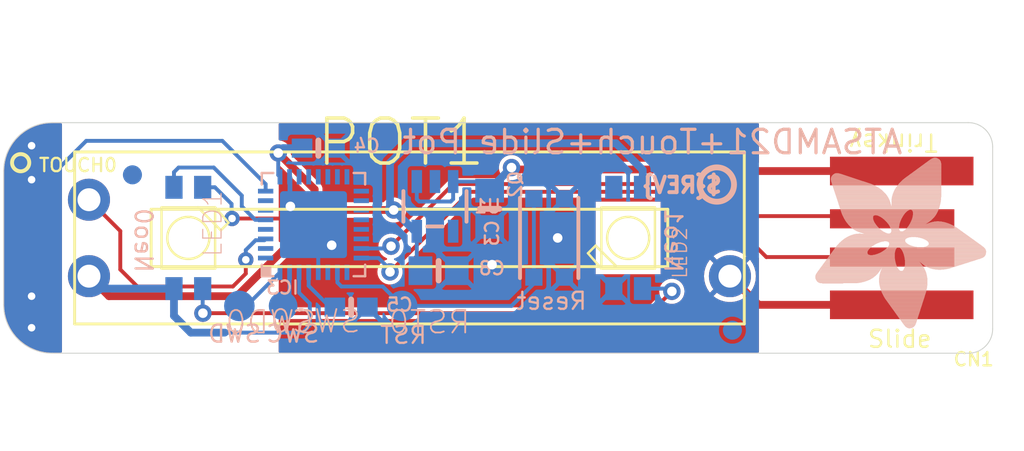
<source format=kicad_pcb>
(kicad_pcb (version 20221018) (generator pcbnew)
  (layers (0 "F.Cu" signal) (31 "B.Cu" signal) (34 "B.Paste" user) (35 "F.Paste" user) (36 "B.SilkS" user "B.Silkscreen") (37 "F.SilkS" user "F.Silkscreen") (38 "B.Mask" user) (39 "F.Mask" user) (44 "Edge.Cuts" user))
  (net 0 "")
  (net 1 "GND")
  (net 2 "D-")
  (net 3 "D+")
  (net 4 "VBUS")
  (net 5 "~{RESET}")
  (net 6 "3.3V")
  (net 7 "SWCLK")
  (net 8 "SWDIO")
  (net 9 "VDDCORE1")
  (net 10 "N$2")
  (net 11 "N$1")
  (net 12 "POT")
  (net 13 "TOUCH")
  (footprint "working:NEO3535_REVERSE" (layer "F.Cu") (at 155.2956 105.0036 90)
    (fp_text reference "LED2" (at -2.1875 2.7075 90) (layer "B.SilkS") (effects (font (size 0.739648 0.739648) (thickness 0.073152)) (justify left)))
    (fp_text value "WS2812B_SK6812E" hide)
    (pad "1-VDD" smd rect (at 2.65 0.75 90) (size 1.2 0.9) (layers "B.Cu" "B.Paste" "B.Mask") (net 6 "3.3V"))
    (pad "2-DOUT" smd rect (at 2.65 -0.75 90) (size 1.2 0.9) (layers "B.Cu" "B.Paste" "B.Mask"))
    (pad "3-GND" smd rect (at -2.65 -0.75 90) (size 1.2 0.9) (layers "B.Cu" "B.Paste" "B.Mask") (net 1 "GND"))
    (pad "4-DIN" smd rect (at -2.65 0.75 90) (size 1.2 0.9) (layers "B.Cu" "B.Paste" "B.Mask") (net 10 "N$2"))
    (zone (net 0) (net_name "") (layer "F.Cu") (connect_pads (clearance 0)) (min_thickness 0.25)
      (keepout (tracks not_allowed) (vias not_allowed) (pads not_allowed) (copperpour not_allowed) (footprints allowed))
      (fill (thermal_gap 0.5) (thermal_bridge_width 0.5))
      (polygon (pts (xy 156.9956 106.9036) (xy 156.9956 103.1036) (xy 153.5956 103.1036) (xy 153.5956 106.9036)))
    )
    (zone (net 0) (net_name "") (layer "B.Cu") (connect_pads (clearance 0)) (min_thickness 0.25)
      (keepout (tracks not_allowed) (vias not_allowed) (pads not_allowed) (copperpour not_allowed) (footprints allowed))
      (fill (thermal_gap 0.5) (thermal_bridge_width 0.5))
      (polygon (pts (xy 156.9956 106.9036) (xy 156.9956 103.1036) (xy 153.5956 103.1036) (xy 153.5956 106.9036)))
    )
  )
  (footprint "working:SLIDE_POT_35MM" (layer "F.Cu") (at 143.8656 105.0036)
    (fp_text reference "POT1" (at -5 -5) (layer "F.SilkS") (effects (font (size 2.353056 2.353056) (thickness 0.186944)) (justify left)))
    (fp_text value "SLIDE_POT_35MM")
    (pad "1" thru_hole circle (at -16.75 2) (size 2.2 2.2) (drill 1.2) (layers "*.Cu" "*.Mask") (net 6 "3.3V"))
    (pad "2" thru_hole circle (at -16.75 -2) (size 2.2 2.2) (drill 1.2) (layers "*.Cu" "*.Mask") (net 12 "POT"))
    (pad "3" thru_hole circle (at 16.75 2) (size 2.2 2.2) (drill 1.2) (layers "*.Cu" "*.Mask") (net 1 "GND"))
  )
  (footprint "working:USBA_PCB" (layer "F.Cu") (at 169.3926 105.0036 180)
    (fp_text reference "CN1" (at -5.08 -6.35) (layer "F.SilkS") (effects (font (size 0.692831 0.692831) (thickness 0.119969)) (justify right)))
    (fp_text value "USB A")
    (pad "GND" smd rect (at -0.2 -3.5 180) (size 7.5 1.5) (layers "F.Cu" "F.Mask") (net 1 "GND"))
    (pad "USB_NEG" smd rect (at 0.3 1 180) (size 6.5 1) (layers "F.Cu" "F.Mask") (net 2 "D-"))
    (pad "USB_PLUS" smd rect (at 0.3 -1 180) (size 6.5 1) (layers "F.Cu" "F.Mask") (net 3 "D+"))
    (pad "VCC" smd rect (at -0.2 3.5 180) (size 7.5 1.5) (layers "F.Cu" "F.Mask") (net 4 "VBUS"))
  )
  (footprint "working:NEO3535_REVERSE" (layer "F.Cu") (at 132.3086 105.0036 -90)
    (fp_text reference "LED1" (at -2.54 -1.27 90) (layer "B.SilkS") (effects (font (size 0.957478 0.957478) (thickness 0.058522)) (justify right)))
    (fp_text value "WS2812B_SK6812E")
    (pad "1-VDD" smd rect (at 2.65 0.75 270) (size 1.2 0.9) (layers "B.Cu" "B.Paste" "B.Mask") (net 6 "3.3V"))
    (pad "2-DOUT" smd rect (at 2.65 -0.75 270) (size 1.2 0.9) (layers "B.Cu" "B.Paste" "B.Mask") (net 10 "N$2"))
    (pad "3-GND" smd rect (at -2.65 -0.75 270) (size 1.2 0.9) (layers "B.Cu" "B.Paste" "B.Mask") (net 1 "GND"))
    (pad "4-DIN" smd rect (at -2.65 0.75 270) (size 1.2 0.9) (layers "B.Cu" "B.Paste" "B.Mask") (net 11 "N$1"))
    (zone (net 0) (net_name "") (layer "F.Cu") (connect_pads (clearance 0)) (min_thickness 0.25)
      (keepout (tracks not_allowed) (vias not_allowed) (pads not_allowed) (copperpour not_allowed) (footprints allowed))
      (fill (thermal_gap 0.5) (thermal_bridge_width 0.5))
      (polygon (pts (xy 130.6086 103.1036) (xy 130.6086 106.9036) (xy 134.0086 106.9036) (xy 134.0086 103.1036)))
    )
    (zone (net 0) (net_name "") (layer "B.Cu") (connect_pads (clearance 0)) (min_thickness 0.25)
      (keepout (tracks not_allowed) (vias not_allowed) (pads not_allowed) (copperpour not_allowed) (footprints allowed))
      (fill (thermal_gap 0.5) (thermal_bridge_width 0.5))
      (polygon (pts (xy 130.6086 103.1036) (xy 130.6086 106.9036) (xy 134.0086 106.9036) (xy 134.0086 103.1036)))
    )
  )
  (footprint "working:TESTPOINT_ROUND_0.5MM" (layer "F.Cu") (at 123.5456 101.0666)
    (fp_text reference "TOUCH0" (at 0.889 0.127) (layer "F.SilkS") (effects (font (size 0.692831 0.692831) (thickness 0.119969)) (justify left)))
    (fp_text value "")
    (pad "P$1" smd roundrect (at 0 0) (size 0.5 0.5) (layers "F.Cu" "F.Mask") (roundrect_rratio 0.5) (net 13 "TOUCH"))
  )
  (footprint "working:0805-NO" (layer "B.Cu") (at 148.0566 103.4796 -90)
    (fp_text reference "C3" (at 2.032 -0.127 -270) (layer "B.SilkS") (effects (font (size 0.692831 0.692831) (thickness 0.119969)) (justify right mirror)))
    (fp_text value "10uF")
    (pad "1" smd rect (at -0.95 0 270) (size 1.24 1.5) (layers "B.Cu" "B.Paste" "B.Mask") (net 4 "VBUS"))
    (pad "2" smd rect (at 0.95 0 270) (size 1.24 1.5) (layers "B.Cu" "B.Paste" "B.Mask") (net 1 "GND"))
  )
  (footprint "working:TP16R" (layer "B.Cu") (at 143.4846 108.5596)
    (fp_text reference "RST0" (at -0.8001 0.8499) (layer "B.SilkS") (effects (font (size 1.176528 1.176528) (thickness 0.093472)) (justify right mirror)))
    (fp_text value "TPTP16R")
    (pad "TP" smd roundrect (at 0 0) (size 1.6 1.6) (layers "B.Cu" "B.Mask") (roundrect_rratio 0.5) (net 5 "~{RESET}"))
  )
  (footprint "working:SOT23-5" (layer "B.Cu") (at 145.1991 103.3526)
    (fp_text reference "U1" (at 1.978 0) (layer "B.SilkS") (effects (font (size 0.692831 0.692831) (thickness 0.119969)) (justify right mirror)))
    (fp_text value "AP2112K-3.3")
    (pad "1" smd rect (at -0.95 -1.3001) (size 0.55 1.2) (layers "B.Cu" "B.Paste" "B.Mask") (net 4 "VBUS"))
    (pad "2" smd rect (at 0 -1.3001) (size 0.55 1.2) (layers "B.Cu" "B.Paste" "B.Mask") (net 1 "GND"))
    (pad "3" smd rect (at 0.95 -1.3001) (size 0.55 1.2) (layers "B.Cu" "B.Paste" "B.Mask") (net 4 "VBUS"))
    (pad "4" smd rect (at 0.95 1.3001) (size 0.55 1.2) (layers "B.Cu" "B.Paste" "B.Mask"))
    (pad "5" smd rect (at -0.95 1.3001) (size 0.55 1.2) (layers "B.Cu" "B.Paste" "B.Mask") (net 6 "3.3V"))
  )
  (footprint "working:FIDUCIAL_1MM" (layer "B.Cu") (at 160.7439 109.8296)
    (fp_text reference "FID2" hide)
    (fp_text value "FIDUCIAL_1MM" hide)
    (pad "1" smd roundrect (at 0 0) (size 1 1) (layers "B.Cu" "B.Mask") (roundrect_rratio 0.5))
  )
  (footprint "working:0603-NO" (layer "B.Cu") (at 139.1031 100.3046)
    (fp_text reference "C4" (at 1.778 -0.127) (layer "B.SilkS") (effects (font (size 0.692831 0.692831) (thickness 0.119969)) (justify right mirror)))
    (fp_text value "1uF")
    (pad "1" smd rect (at -0.85 0) (size 1.075 1) (layers "B.Cu" "B.Paste" "B.Mask") (net 6 "3.3V"))
    (pad "2" smd rect (at 0.85 0) (size 1.075 1) (layers "B.Cu" "B.Paste" "B.Mask") (net 1 "GND"))
  )
  (footprint "working:TP15R" (layer "B.Cu") (at 137.2616 108.5596)
    (fp_text reference "SWC0" (at -0.7501 0.8001) (layer "B.SilkS") (effects (font (size 1.176528 1.176528) (thickness 0.093472)) (justify right mirror)))
    (fp_text value "TPTP15R")
    (pad "TP" smd roundrect (at 0 0) (size 1.5 1.5) (layers "B.Cu" "B.Mask") (roundrect_rratio 0.5) (net 7 "SWCLK"))
  )
  (footprint "working:TP16R" (layer "B.Cu") (at 134.9756 108.5596)
    (fp_text reference "SWD0" (at -0.8001 0.8499) (layer "B.SilkS") (effects (font (size 1.176528 1.176528) (thickness 0.093472)) (justify right mirror)))
    (fp_text value "TPTP16R")
    (pad "TP" smd roundrect (at 0 0) (size 1.6 1.6) (layers "B.Cu" "B.Mask") (roundrect_rratio 0.5) (net 8 "SWDIO"))
  )
  (footprint "working:0805-NO" (layer "B.Cu") (at 145.3896 106.7181)
    (fp_text reference "C8" (at 2.032 -0.127) (layer "B.SilkS") (effects (font (size 0.692831 0.692831) (thickness 0.119969)) (justify right mirror)))
    (fp_text value "10uF")
    (pad "1" smd rect (at -0.95 0) (size 1.24 1.5) (layers "B.Cu" "B.Paste" "B.Mask") (net 6 "3.3V"))
    (pad "2" smd rect (at 0.95 0) (size 1.24 1.5) (layers "B.Cu" "B.Paste" "B.Mask") (net 1 "GND"))
  )
  (footprint "working:FIDUCIAL_1MM" (layer "B.Cu") (at 129.3876 101.7016)
    (fp_text reference "FID1" hide)
    (fp_text value "FIDUCIAL_1MM" hide)
    (pad "1" smd roundrect (at 0 0) (size 1 1) (layers "B.Cu" "B.Mask") (roundrect_rratio 0.5))
  )
  (footprint "working:QFN32_5MM" (layer "B.Cu") (at 138.8491 104.3051)
    (fp_text reference "IC3" (at -2.54 3.298) (layer "B.SilkS") (effects (font (size 0.692831 0.692831) (thickness 0.119969)) (justify right mirror)))
    (fp_text value "ATSAMD21E")
    (pad "1" smd rect (at -2.5 1.75 270) (size 0.25 0.8) (layers "B.Cu" "B.Paste"))
    (pad "2" smd rect (at -2.5 1.25 270) (size 0.25 0.8) (layers "B.Cu" "B.Paste"))
    (pad "3" smd rect (at -2.5 0.75 270) (size 0.25 0.8) (layers "B.Cu" "B.Paste") (net 12 "POT"))
    (pad "4" smd rect (at -2.5 0.25 270) (size 0.25 0.8) (layers "B.Cu" "B.Paste"))
    (pad "5" smd rect (at -2.5 -0.25 270) (size 0.25 0.8) (layers "B.Cu" "B.Paste") (net 11 "N$1"))
    (pad "6" smd rect (at -2.5 -0.75 270) (size 0.25 0.8) (layers "B.Cu" "B.Paste"))
    (pad "7" smd rect (at -2.5 -1.25 270) (size 0.25 0.8) (layers "B.Cu" "B.Paste"))
    (pad "8" smd rect (at -2.5 -1.75 270) (size 0.25 0.8) (layers "B.Cu" "B.Paste") (net 13 "TOUCH"))
    (pad "9" smd rect (at -1.75 -2.5 180) (size 0.25 0.8) (layers "B.Cu" "B.Paste") (net 6 "3.3V"))
    (pad "10" smd rect (at -1.25 -2.5 180) (size 0.25 0.8) (layers "B.Cu" "B.Paste") (net 1 "GND"))
    (pad "11" smd rect (at -0.75 -2.5 180) (size 0.25 0.8) (layers "B.Cu" "B.Paste"))
    (pad "12" smd rect (at -0.25 -2.5 180) (size 0.25 0.8) (layers "B.Cu" "B.Paste"))
    (pad "13" smd rect (at 0.25 -2.5 180) (size 0.25 0.8) (layers "B.Cu" "B.Paste"))
    (pad "14" smd rect (at 0.75 -2.5 180) (size 0.25 0.8) (layers "B.Cu" "B.Paste"))
    (pad "15" smd rect (at 1.25 -2.5 180) (size 0.25 0.8) (layers "B.Cu" "B.Paste"))
    (pad "16" smd rect (at 1.75 -2.5 180) (size 0.25 0.8) (layers "B.Cu" "B.Paste"))
    (pad "17" smd rect (at 2.5 -1.75 90) (size 0.25 0.8) (layers "B.Cu" "B.Paste"))
    (pad "18" smd rect (at 2.5 -1.25 90) (size 0.25 0.8) (layers "B.Cu" "B.Paste"))
    (pad "19" smd rect (at 2.5 -0.75 90) (size 0.25 0.8) (layers "B.Cu" "B.Paste"))
    (pad "20" smd rect (at 2.5 -0.25 90) (size 0.25 0.8) (layers "B.Cu" "B.Paste"))
    (pad "21" smd rect (at 2.5 0.25 90) (size 0.25 0.8) (layers "B.Cu" "B.Paste"))
    (pad "22" smd rect (at 2.5 0.75 90) (size 0.25 0.8) (layers "B.Cu" "B.Paste"))
    (pad "23" smd rect (at 2.5 1.25 90) (size 0.25 0.8) (layers "B.Cu" "B.Paste") (net 2 "D-"))
    (pad "24" smd rect (at 2.5 1.75 90) (size 0.25 0.8) (layers "B.Cu" "B.Paste") (net 3 "D+"))
    (pad "25" smd rect (at 1.75 2.5) (size 0.25 0.8) (layers "B.Cu" "B.Paste"))
    (pad "26" smd rect (at 1.25 2.5) (size 0.25 0.8) (layers "B.Cu" "B.Paste") (net 5 "~{RESET}"))
    (pad "27" smd rect (at 0.75 2.5) (size 0.25 0.8) (layers "B.Cu" "B.Paste"))
    (pad "28" smd rect (at 0.25 2.5) (size 0.25 0.8) (layers "B.Cu" "B.Paste") (net 1 "GND"))
    (pad "29" smd rect (at -0.25 2.5) (size 0.25 0.8) (layers "B.Cu" "B.Paste") (net 9 "VDDCORE1"))
    (pad "30" smd rect (at -0.75 2.5) (size 0.25 0.8) (layers "B.Cu" "B.Paste") (net 6 "3.3V"))
    (pad "31" smd rect (at -1.25 2.5) (size 0.25 0.8) (layers "B.Cu" "B.Paste") (net 7 "SWCLK"))
    (pad "32" smd rect (at -1.75 2.5) (size 0.25 0.8) (layers "B.Cu" "B.Paste") (net 8 "SWDIO"))
    (pad "33" smd roundrect (at 0 0) (size 3.5 3.5) (layers "B.Cu" "B.Mask") (roundrect_rratio 0.05) (net 1 "GND"))
  )
  (footprint "working:ADAFRUIT_9MM" (layer "B.Cu") (at 165.0746 100.8126)
    (fp_text reference "U$6" hide)
    (fp_text value "" hide)
  )
  (footprint "working:PCBFEAT-REV-040" (layer "B.Cu") (at 159.9311 102.2096 180)
    (fp_text reference "U$8" hide)
    (fp_text value "" hide)
    (fp_text user "${REV}" (at -0.3556 -0.508) (layer "B.SilkS") (effects (font (size 0.8128 0.8128) (thickness 0.2032)) (justify left bottom mirror)))
  )
  (footprint "working:BTN_KMR2_4.6X2.8" (layer "B.Cu") (at 151.1681 105.0036 -90)
    (fp_text reference "Q2" (at -2.032 1.778 -270) (layer "B.SilkS") (effects (font (size 0.692831 0.692831) (thickness 0.119969)) (justify right mirror)))
    (fp_text value "reset")
    (pad "A" smd rect (at 2.05 0.8 270) (size 0.9 0.9) (layers "B.Cu" "B.Paste" "B.Mask") (net 5 "~{RESET}"))
    (pad "A'" smd rect (at -2.05 0.8 270) (size 0.9 0.9) (layers "B.Cu" "B.Paste" "B.Mask") (net 5 "~{RESET}"))
    (pad "B" smd rect (at 2.05 -0.8 270) (size 0.9 0.9) (layers "B.Cu" "B.Paste" "B.Mask") (net 1 "GND"))
    (pad "B'" smd rect (at -2.05 -0.8 270) (size 0.9 0.9) (layers "B.Cu" "B.Paste" "B.Mask") (net 1 "GND"))
  )
  (footprint "working:0603-NO" (layer "B.Cu") (at 140.8176 108.6231)
    (fp_text reference "C5" (at 1.778 -0.127) (layer "B.SilkS") (effects (font (size 0.692831 0.692831) (thickness 0.119969)) (justify right mirror)))
    (fp_text value "1uF")
    (pad "1" smd rect (at -0.85 0) (size 1.075 1) (layers "B.Cu" "B.Paste" "B.Mask") (net 9 "VDDCORE1"))
    (pad "2" smd rect (at 0.85 0) (size 1.075 1) (layers "B.Cu" "B.Paste" "B.Mask") (net 1 "GND"))
  )
  (gr_line (start 174.3456 100.2411) (end 174.3456 109.7661) (stroke (width 0.05)) (layer "Edge.Cuts"))
  (gr_line (start 122.6566 108.4961) (end 122.6566 101.5111) (stroke (width 0.05)) (layer "Edge.Cuts"))
  (gr_arc (start 122.6566 101.5111) (mid 123.400549 99.715049) (end 125.1966 98.9711) (stroke (width 0.05)) (layer "Edge.Cuts"))
  (gr_arc (start 173.0756 98.9711) (mid 173.973626 99.343074) (end 174.3456 100.2411) (stroke (width 0.05)) (layer "Edge.Cuts"))
  (gr_arc (start 125.1966 111.0361) (mid 123.400549 110.292151) (end 122.6566 108.4961) (stroke (width 0.05)) (layer "Edge.Cuts"))
  (gr_line (start 173.0756 111.0361) (end 125.1966 111.0361) (stroke (width 0.05)) (layer "Edge.Cuts"))
  (gr_line (start 125.1966 98.9711) (end 173.0756 98.9711) (stroke (width 0.05)) (layer "Edge.Cuts"))
  (gr_arc (start 174.3456 109.7661) (mid 173.973626 110.664126) (end 173.0756 111.0361) (stroke (width 0.05)) (layer "Edge.Cuts"))
  (gr_text "Neo1" (at 157.6451 105.1306 -90) (layer "B.SilkS") (effects (font (size 0.89408 0.89408) (thickness 0.12192)) (justify mirror)))
  (gr_text "ATSAMD21+Touch+Slide Pot" (at 156.5656 99.9871) (layer "B.SilkS") (effects (font (size 1.22936 1.22936) (thickness 0.16764)) (justify mirror)))
  (gr_text "RST" (at 143.5481 110.0836) (layer "B.SilkS") (effects (font (size 0.89408 0.89408) (thickness 0.12192)) (justify mirror)))
  (gr_text "SWD" (at 134.7216 110.0201) (layer "B.SilkS") (effects (font (size 0.89408 0.89408) (thickness 0.12192)) (justify mirror)))
  (gr_text "Reset" (at 151.2951 108.3056) (layer "B.SilkS") (effects (font (size 0.89408 0.89408) (thickness 0.12192)) (justify mirror)))
  (gr_text "SWC" (at 137.7696 110.0201) (layer "B.SilkS") (effects (font (size 0.89408 0.89408) (thickness 0.12192)) (justify mirror)))
  (gr_text "Neo0" (at 129.9591 105.1306 -90) (layer "B.SilkS") (effects (font (size 0.89408 0.89408) (thickness 0.12192)) (justify mirror)))
  (gr_text "Slide" (at 171.2341 109.7661) (layer "F.SilkS") (effects (font (size 0.89408 0.89408) (thickness 0.12192)) (justify right top)))
  (gr_text "Trinkey" (at 171.5516 99.4791 180) (layer "F.SilkS") (effects (font (size 0.89408 0.89408) (thickness 0.12192)) (justify left bottom)))
  (segment (start 137.7696 103.4796) (end 137.6426 103.3526) (width 0.2032) (layer "F.Cu") (net 1))
  (segment (start 134.5946 103.9876) (end 137.7696 103.9876) (width 0.2032) (layer "F.Cu") (net 1))
  (segment (start 162.1156 108.5036) (end 160.6156 107.0036) (width 0.4064) (layer "F.Cu") (net 1))
  (segment (start 137.7696 103.9876) (end 137.7696 103.4796) (width 0.2032) (layer "F.Cu") (net 1))
  (segment (start 169.5926 108.5036) (end 162.1156 108.5036) (width 0.4064) (layer "F.Cu") (net 1))
  (via (at 148.1836 106.4006) (size 0.9064) (drill 0.5) (layers "F.Cu" "B.Cu") (net 1))
  (via (at 137.6426 103.3526) (size 0.9064) (drill 0.5) (layers "F.Cu" "B.Cu") (net 1))
  (via (at 151.6126 105.0036) (size 0.9064) (drill 0.5) (layers "F.Cu" "B.Cu") (net 1))
  (via (at 134.5946 103.9876) (size 0.8001) (drill 0.3937) (layers "F.Cu" "B.Cu") (net 1))
  (via (at 139.8016 105.3846) (size 0.9064) (drill 0.5) (layers "F.Cu" "B.Cu") (net 1))
  (segment (start 133.0586 102.3536) (end 133.6972 102.3536) (width 0.2032) (layer "B.Cu") (net 1))
  (segment (start 138.8491 104.3051) (end 138.8491 104.3686) (width 0.4064) (layer "B.Cu") (net 1))
  (segment (start 139.8016 105.2576) (end 139.8016 105.3846) (width 0.4064) (layer "B.Cu") (net 1))
  (segment (start 138.8491 104.3051) (end 139.8016 105.2576) (width 0.4064) (layer "B.Cu") (net 1))
  (segment (start 139.0991 106.8051) (end 139.0991 105.58705) (width 0.2032) (layer "B.Cu") (net 1))
  (segment (start 137.5991 101.8051) (end 137.6426 101.8486) (width 0.2032) (layer "B.Cu") (net 1))
  (segment (start 137.5991 101.8051) (end 137.5991 103.0551) (width 0.2032) (layer "B.Cu") (net 1))
  (segment (start 137.8966 103.3526) (end 137.5991 103.0551) (width 0.2032) (layer "B.Cu") (net 1))
  (segment (start 137.8966 103.3526) (end 138.8491 104.3051) (width 0.4064) (layer "B.Cu") (net 1))
  (segment (start 138.8491 105.33705) (end 139.0991 105.58705) (width 0.2032) (layer "B.Cu") (net 1))
  (segment (start 137.6426 101.8486) (end 137.6426 103.3526) (width 0.2032) (layer "B.Cu") (net 1))
  (segment (start 138.8491 104.3686) (end 138.8491 105.33705) (width 0.2032) (layer "B.Cu") (net 1))
  (segment (start 134.5692 103.2256) (end 134.5692 103.9876) (width 0.2032) (layer "B.Cu") (net 1))
  (segment (start 133.6972 102.3536) (end 134.5692 103.2256) (width 0.2032) (layer "B.Cu") (net 1))
  (segment (start 134.5692 103.9876) (end 134.5946 103.9876) (width 0.2032) (layer "B.Cu") (net 1))
  (segment (start 159.273937 102.1842) (end 146.156381 102.1842) (width 0.2032) (layer "F.Cu") (net 2))
  (segment (start 169.0926 104.0036) (end 168.9496 103.8606) (width 0.2032) (layer "F.Cu") (net 2))
  (segment (start 160.950337 103.8606) (end 159.273937 102.1842) (width 0.2032) (layer "F.Cu") (net 2))
  (segment (start 146.156381 102.1842) (end 142.90279 105.43779) (width 0.2032) (layer "F.Cu") (net 2))
  (segment (start 168.9496 103.8606) (end 160.950337 103.8606) (width 0.2032) (layer "F.Cu") (net 2))
  (via (at 142.90279 105.43779) (size 0.9064) (drill 0.5) (layers "F.Cu" "B.Cu") (net 2))
  (segment (start 142.785481 105.5551) (end 141.3491 105.5551) (width 0.2032) (layer "B.Cu") (net 2))
  (segment (start 142.90279 105.43779) (end 142.785481 105.5551) (width 0.2032) (layer "B.Cu") (net 2))
  (segment (start 169.0926 106.0036) (end 162.5186 106.0036) (width 0.2032) (layer "F.Cu") (net 3))
  (segment (start 162.5186 106.0036) (end 159.1056 102.5906) (width 0.2032) (layer "F.Cu") (net 3))
  (segment (start 159.1056 102.5906) (end 147.0406 102.5906) (width 0.2032) (layer "F.Cu") (net 3))
  (segment (start 147.0406 102.5906) (end 142.8496 106.7816) (width 0.2032) (layer "F.Cu") (net 3))
  (via (at 142.8496 106.7816) (size 0.9064) (drill 0.5) (layers "F.Cu" "B.Cu") (net 3))
  (segment (start 142.2501 106.0551) (end 141.3491 106.0551) (width 0.2032) (layer "B.Cu") (net 3))
  (segment (start 142.8496 106.7816) (end 142.8496 106.6546) (width 0.2032) (layer "B.Cu") (net 3))
  (segment (start 142.2501 106.0551) (end 142.8496 106.6546) (width 0.2032) (layer "B.Cu") (net 3))
  (segment (start 169.5926 101.5036) (end 159.311762 101.5036) (width 0.4064) (layer "F.Cu") (net 4))
  (segment (start 159.230362 101.4222) (end 149.3012 101.4222) (width 0.4064) (layer "F.Cu") (net 4))
  (segment (start 159.311762 101.5036) (end 159.230362 101.4222) (width 0.4064) (layer "F.Cu") (net 4))
  (segment (start 149.3012 101.4222) (end 149.1996 101.3206) (width 0.4064) (layer "F.Cu") (net 4))
  (via (at 149.1996 101.3206) (size 0.9064) (drill 0.5) (layers "F.Cu" "B.Cu") (net 4))
  (segment (start 148.0566 102.4636) (end 149.1996 101.3206) (width 0.4064) (layer "B.Cu") (net 4))
  (segment (start 146.1491 102.0525) (end 146.1491 102.9741) (width 0.2032) (layer "B.Cu") (net 4))
  (segment (start 148.0566 102.5296) (end 148.0566 102.4636) (width 0.4064) (layer "B.Cu") (net 4))
  (segment (start 148.0566 102.5296) (end 147.5795 102.0525) (width 0.2032) (layer "B.Cu") (net 4))
  (segment (start 147.5795 102.0525) (end 146.1491 102.0525) (width 0.2032) (layer "B.Cu") (net 4))
  (segment (start 144.3736 103.0986) (end 144.2491 102.9741) (width 0.2032) (layer "B.Cu") (net 4))
  (segment (start 146.1491 102.9741) (end 146.0246 103.0986) (width 0.2032) (layer "B.Cu") (net 4))
  (segment (start 146.0246 103.0986) (end 144.3736 103.0986) (width 0.2032) (layer "B.Cu") (net 4))
  (segment (start 144.2491 102.9741) (end 144.2491 102.0525) (width 0.2032) (layer "B.Cu") (net 4))
  (segment (start 149.1996 108.5596) (end 143.4846 108.5596) (width 0.2032) (layer "B.Cu") (net 5))
  (segment (start 142.4686 107.5436) (end 143.4846 108.5596) (width 0.2032) (layer "B.Cu") (net 5))
  (segment (start 140.0991 106.8051) (end 140.0991 107.3331) (width 0.2032) (layer "B.Cu") (net 5))
  (segment (start 140.0991 107.3331) (end 140.3096 107.5436) (width 0.2032) (layer "B.Cu") (net 5))
  (segment (start 150.3681 107.0536) (end 150.3681 107.3911) (width 0.2032) (layer "B.Cu") (net 5))
  (segment (start 150.3681 107.0536) (end 150.3681 102.9536) (width 0.2032) (layer "B.Cu") (net 5))
  (segment (start 150.3681 107.3911) (end 149.1996 108.5596) (width 0.2032) (layer "B.Cu") (net 5))
  (segment (start 140.3096 107.5436) (end 142.4686 107.5436) (width 0.2032) (layer "B.Cu") (net 5))
  (segment (start 128.1636 108.0516) (end 134.8486 108.0516) (width 0.4064) (layer "F.Cu") (net 6))
  (segment (start 138.9126 103.9876) (end 138.9126 103.5431) (width 0.4064) (layer "F.Cu") (net 6))
  (segment (start 143.0401 103.5431) (end 138.9126 103.5431) (width 0.4064) (layer "F.Cu") (net 6))
  (segment (start 134.8486 108.0516) (end 138.9126 103.9876) (width 0.4064) (layer "F.Cu") (net 6))
  (segment (start 138.9126 103.5431) (end 138.9126 102.4636) (width 0.4064) (layer "F.Cu") (net 6))
  (segment (start 128.1636 108.0516) (end 127.1156 107.0036) (width 0.4064) (layer "F.Cu") (net 6))
  (segment (start 138.9126 102.4636) (end 137.0076 100.5586) (width 0.4064) (layer "F.Cu") (net 6))
  (via (at 143.0401 103.5431) (size 0.9064) (drill 0.5) (layers "F.Cu" "B.Cu") (net 6))
  (via (at 137.0076 100.5586) (size 0.9064) (drill 0.5) (layers "F.Cu" "B.Cu") (net 6))
  (segment (start 132.4356 109.9566) (end 134.2136 109.9566) (width 0.4064) (layer "B.Cu") (net 6))
  (segment (start 138.6586 109.5756) (end 138.2776 109.9566) (width 0.2032) (layer "B.Cu") (net 6))
  (segment (start 154.6606 100.0506) (end 156.0576 101.4476) (width 0.4064) (layer "B.Cu") (net 6))
  (segment (start 131.5586 107.6536) (end 131.5586 109.0796) (width 0.4064) (layer "B.Cu") (net 6))
  (segment (start 156.0576 102.3416) (end 156.0456 102.3536) (width 0.4064) (layer "B.Cu") (net 6))
  (segment (start 127.7656 107.6536) (end 127.1156 107.0036) (width 0.4064) (layer "B.Cu") (net 6))
  (segment (start 131.5586 107.6536) (end 127.7656 107.6536) (width 0.4064) (layer "B.Cu") (net 6))
  (segment (start 137.0076 100.5586) (end 137.2616 100.3046) (width 0.4064) (layer "B.Cu") (net 6))
  (segment (start 143.8656 100.0506) (end 154.6606 100.0506) (width 0.4064) (layer "B.Cu") (net 6))
  (segment (start 142.8496 101.0666) (end 142.8496 103.3526) (width 0.4064) (layer "B.Cu") (net 6))
  (segment (start 137.0076 100.5586) (end 137.0076 101.7136) (width 0.2032) (layer "B.Cu") (net 6))
  (segment (start 144.4396 106.7181) (end 144.2491 106.5276) (width 0.2032) (layer "B.Cu") (net 6))
  (segment (start 144.2491 106.5276) (end 144.2491 104.6527) (width 0.2032) (layer "B.Cu") (net 6))
  (segment (start 142.8496 101.0666) (end 143.8656 100.0506) (width 0.4064) (layer "B.Cu") (net 6))
  (segment (start 138.0991 106.8051) (end 138.0991 107.8731) (width 0.2032) (layer "B.Cu") (net 6))
  (segment (start 156.0576 101.4476) (end 156.0576 102.3416) (width 0.4064) (layer "B.Cu") (net 6))
  (segment (start 134.2136 109.9566) (end 138.2776 109.9566) (width 0.2032) (layer "B.Cu") (net 6))
  (segment (start 137.0076 101.7136) (end 137.0991 101.8051) (width 0.2032) (layer "B.Cu") (net 6))
  (segment (start 142.8496 103.3526) (end 143.0401 103.5431) (width 0.4064) (layer "B.Cu") (net 6))
  (segment (start 138.6586 108.4326) (end 138.6586 109.5756) (width 0.2032) (layer "B.Cu") (net 6))
  (segment (start 131.5586 109.0796) (end 132.4356 109.9566) (width 0.4064) (layer "B.Cu") (net 6))
  (segment (start 138.0991 107.8731) (end 138.6586 108.4326) (width 0.2032) (layer "B.Cu") (net 6))
  (segment (start 137.2616 100.3046) (end 138.2531 100.3046) (width 0.4064) (layer "B.Cu") (net 6))
  (segment (start 143.0401 103.5431) (end 144.1497 104.6527) (width 0.4064) (layer "B.Cu") (net 6))
  (segment (start 144.1497 104.6527) (end 144.2491 104.6527) (width 0.4064) (layer "B.Cu") (net 6))
  (segment (start 137.5991 106.8051) (end 137.5991 108.2221) (width 0.2032) (layer "B.Cu") (net 7))
  (segment (start 137.5991 108.2221) (end 137.2616 108.5596) (width 0.2032) (layer "B.Cu") (net 7))
  (segment (start 137.0991 106.8051) (end 135.3446 108.5596) (width 0.2032) (layer "B.Cu") (net 8))
  (segment (start 135.3446 108.5596) (end 134.9756 108.5596) (width 0.2032) (layer "B.Cu") (net 8))
  (segment (start 139.7136 108.6231) (end 139.9676 108.6231) (width 0.2032) (layer "B.Cu") (net 9))
  (segment (start 138.5991 106.8051) (end 138.5991 107.5086) (width 0.2032) (layer "B.Cu") (net 9))
  (segment (start 138.5991 107.5086) (end 139.7136 108.6231) (width 0.2032) (layer "B.Cu") (net 9))
  (segment (start 133.0706 108.9406) (end 156.4386 108.9406) (width 0.2032) (layer "F.Cu") (net 10))
  (segment (start 156.4386 108.9406) (end 157.5816 107.7976) (width 0.2032) (layer "F.Cu") (net 10))
  (via (at 157.5816 107.7976) (size 0.9064) (drill 0.5) (layers "F.Cu" "B.Cu") (net 10))
  (via (at 133.0706 108.9406) (size 0.9064) (drill 0.5) (layers "F.Cu" "B.Cu") (net 10))
  (segment (start 157.5816 107.7976) (end 157.437596 107.653596) (width 0.2032) (layer "B.Cu") (net 10))
  (segment (start 133.0586 108.9286) (end 133.0586 107.6536) (width 0.2032) (layer "B.Cu") (net 10))
  (segment (start 133.0706 108.9406) (end 133.0586 108.9286) (width 0.2032) (layer "B.Cu") (net 10))
  (segment (start 157.437596 107.653596) (end 156.7046 107.6536) (width 0.2032) (layer "B.Cu") (net 10))
  (segment (start 156.7046 107.6536) (end 156.0456 107.6536) (width 0.2032) (layer "B.Cu") (net 10))
  (segment (start 135.1026 103.3526) (end 135.1026 102.784338) (width 0.2032) (layer "B.Cu") (net 11))
  (segment (start 135.1026 102.784338) (end 133.638862 101.3206) (width 0.2032) (layer "B.Cu") (net 11))
  (segment (start 135.8051 104.0551) (end 135.1026 103.3526) (width 0.2032) (layer "B.Cu") (net 11))
  (segment (start 136.3491 104.0551) (end 135.8051 104.0551) (width 0.2032) (layer "B.Cu") (net 11))
  (segment (start 131.8006 101.3206) (end 131.5586 101.5626) (width 0.2032) (layer "B.Cu") (net 11))
  (segment (start 131.5586 101.5626) (end 131.5586 102.3536) (width 0.2032) (layer "B.Cu") (net 11))
  (segment (start 133.638862 101.3206) (end 131.8006 101.3206) (width 0.2032) (layer "B.Cu") (net 11))
  (segment (start 128.7526 104.6406) (end 127.1156 103.0036) (width 0.2032) (layer "F.Cu") (net 12))
  (segment (start 129.6416 107.5436) (end 128.7526 106.6546) (width 0.2032) (layer "F.Cu") (net 12))
  (segment (start 128.7526 106.6546) (end 128.7526 104.6406) (width 0.2032) (layer "F.Cu") (net 12))
  (segment (start 135.31215 106.869625) (end 134.638175 107.5436) (width 0.2032) (layer "F.Cu") (net 12))
  (segment (start 135.31215 106.1466) (end 135.31215 106.869625) (width 0.2032) (layer "F.Cu") (net 12))
  (segment (start 134.638175 107.5436) (end 129.6416 107.5436) (width 0.2032) (layer "F.Cu") (net 12))
  (via (at 135.31215 106.1466) (size 0.8001) (drill 0.3937) (layers "F.Cu" "B.Cu") (net 12))
  (segment (start 135.82285 105.1253) (end 135.31215 105.636) (width 0.2032) (layer "B.Cu") (net 12))
  (segment (start 135.31215 105.636) (end 135.31215 106.1466) (width 0.2032) (layer "B.Cu") (net 12))
  (segment (start 136.3491 105.0551) (end 136.2789 105.1253) (width 0.2032) (layer "B.Cu") (net 12))
  (segment (start 136.2789 105.1253) (end 135.82285 105.1253) (width 0.2032) (layer "B.Cu") (net 12))
  (segment (start 123.5456 101.3841) (end 123.5456 101.0666) (width 0.2032) (layer "F.Cu") (net 13))
  (segment (start 124.1171 101.9556) (end 123.5456 101.3841) (width 0.2032) (layer "F.Cu") (net 13))
  (via (at 124.1171 108.0516) (size 0.8001) (drill 0.3937) (layers "F.Cu" "B.Cu") (net 13))
  (via (at 124.1171 109.7026) (size 0.8001) (drill 0.3937) (layers "F.Cu" "B.Cu") (net 13))
  (via (at 124.1171 101.9556) (size 0.8001) (drill 0.3937) (layers "F.Cu" "B.Cu") (net 13))
  (via (at 124.1171 100.1776) (size 0.8001) (drill 0.3937) (layers "F.Cu" "B.Cu") (net 13))
  (segment (start 124.6251 101.4476) (end 124.1171 101.9556) (width 0.2032) (layer "B.Cu") (net 13))
  (segment (start 124.4981 101.5746) (end 124.1171 101.9556) (width 0.2032) (layer "B.Cu") (net 13))
  (segment (start 136.3491 102.5551) (end 136.3491 102.1861) (width 0.2032) (layer "B.Cu") (net 13))
  (segment (start 126.9746 99.9236) (end 125.4506 101.4476) (width 0.2032) (layer "B.Cu") (net 13))
  (segment (start 125.4506 101.4476) (end 124.6251 101.4476) (width 0.2032) (layer "B.Cu") (net 13))
  (segment (start 134.0866 99.9236) (end 136.3491 102.1861) (width 0.2032) (layer "B.Cu") (net 13))
  (segment (start 134.0866 99.9236) (end 126.9746 99.9236) (width 0.2032) (layer "B.Cu") (net 13))
  (zone (net 13) (net_name "TOUCH") (layer "F.Cu") (priority 6) (connect_pads (clearance 0.000001)) (min_thickness 0.127) (fill yes (thermal_gap 0.304) (thermal_bridge_width 0.304))
    (polygon (pts (xy 125.7046 111.1631) (xy 122.4661 111.1631) (xy 122.4661 98.9076) (xy 125.7046 98.9076)))
  )
  (zone (net 1) (net_name "GND") (layer "F.Cu") (priority 6) (connect_pads (clearance 0.000001)) (min_thickness 0.1016) (fill yes (thermal_gap 0.2532) (thermal_bridge_width 0.2532))
    (polygon (pts (xy 162.1282 111.2012) (xy 137.033 111.2012) (xy 137.033 98.806) (xy 162.1282 98.806)))
  )
  (zone (net 13) (net_name "TOUCH") (layer "B.Cu") (priority 6) (connect_pads (clearance 0.000001)) (min_thickness 0.127) (fill yes (thermal_gap 0.304) (thermal_bridge_width 0.304))
    (polygon (pts (xy 125.7046 111.1631) (xy 122.4661 111.1631) (xy 122.4661 98.9076) (xy 125.7046 98.9076)))
  )
  (zone (net 1) (net_name "GND") (layer "B.Cu") (priority 6) (connect_pads (clearance 0.000001)) (min_thickness 0.1016) (fill yes (thermal_gap 0.2532) (thermal_bridge_width 0.2532))
    (polygon (pts (xy 162.1282 111.2012) (xy 137.033 111.2012) (xy 137.033 98.806) (xy 162.1282 98.806)))
  )
)
</source>
